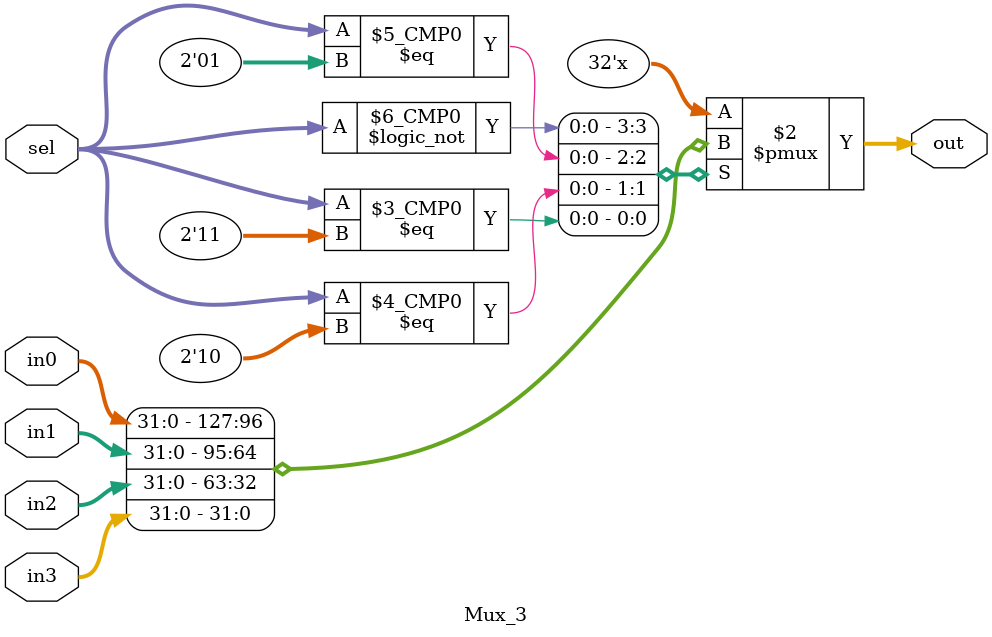
<source format=v>
module Mux_3 #(parameter data_size = 32)(
    input         [data_size-1:0]     in0,in1,in2,in3,
    input         [1:0]               sel,
    output reg    [data_size-1:0]     out
);
always @(*) begin
    case(sel) 
            2'b00:   out = in0; 
            2'b01:   out = in1;
            2'b10:   out = in2; 
            2'b11:   out = in3;
            default: out = {data_size{1'b0}};
        endcase
end  
endmodule
</source>
